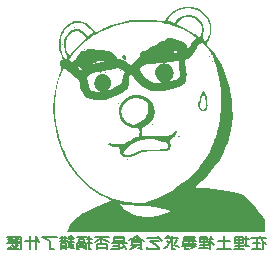
<source format=gbo>
G04 #@! TF.GenerationSoftware,KiCad,Pcbnew,6.0.2-378541a8eb~116~ubuntu20.04.1*
G04 #@! TF.CreationDate,2022-02-25T19:51:44+08:00*
G04 #@! TF.ProjectId,arduino_can_bus_shield,61726475-696e-46f5-9f63-616e5f627573,rev?*
G04 #@! TF.SameCoordinates,Original*
G04 #@! TF.FileFunction,Legend,Bot*
G04 #@! TF.FilePolarity,Positive*
%FSLAX46Y46*%
G04 Gerber Fmt 4.6, Leading zero omitted, Abs format (unit mm)*
G04 Created by KiCad (PCBNEW 6.0.2-378541a8eb~116~ubuntu20.04.1) date 2022-02-25 19:51:44*
%MOMM*%
%LPD*%
G01*
G04 APERTURE LIST*
G04 Aperture macros list*
%AMRoundRect*
0 Rectangle with rounded corners*
0 $1 Rounding radius*
0 $2 $3 $4 $5 $6 $7 $8 $9 X,Y pos of 4 corners*
0 Add a 4 corners polygon primitive as box body*
4,1,4,$2,$3,$4,$5,$6,$7,$8,$9,$2,$3,0*
0 Add four circle primitives for the rounded corners*
1,1,$1+$1,$2,$3*
1,1,$1+$1,$4,$5*
1,1,$1+$1,$6,$7*
1,1,$1+$1,$8,$9*
0 Add four rect primitives between the rounded corners*
20,1,$1+$1,$2,$3,$4,$5,0*
20,1,$1+$1,$4,$5,$6,$7,0*
20,1,$1+$1,$6,$7,$8,$9,0*
20,1,$1+$1,$8,$9,$2,$3,0*%
G04 Aperture macros list end*
%ADD10C,0.150000*%
%ADD11O,2.032000X1.727200*%
%ADD12R,1.700000X1.700000*%
%ADD13O,1.700000X1.700000*%
%ADD14C,1.500000*%
%ADD15C,3.000000*%
%ADD16RoundRect,0.250001X0.499999X0.499999X-0.499999X0.499999X-0.499999X-0.499999X0.499999X-0.499999X0*%
G04 APERTURE END LIST*
D10*
X159693190Y-111180619D02*
X158455095Y-111180619D01*
X159217000Y-111609190D02*
X158550333Y-111609190D01*
X159264619Y-112085380D02*
X158502714Y-112085380D01*
X159407476Y-111466333D02*
X159407476Y-112085380D01*
X158883666Y-111275857D02*
X158883666Y-112085380D01*
X159169380Y-110942523D02*
X159407476Y-111466333D01*
X159693190Y-111656809D01*
X158217000Y-111275857D02*
X157836047Y-111275857D01*
X157693190Y-111323476D02*
X157074142Y-111323476D01*
X157693190Y-111561571D02*
X157074142Y-111561571D01*
X157740809Y-111799666D02*
X157026523Y-111799666D01*
X157836047Y-112085380D02*
X156978904Y-112085380D01*
X158026523Y-110990142D02*
X158026523Y-111799666D01*
X157693190Y-111037761D02*
X157693190Y-111561571D01*
X157407476Y-111037761D02*
X157407476Y-112085380D01*
X157693190Y-111037761D02*
X157074142Y-111037761D01*
X157026523Y-111561571D01*
X157836047Y-111752047D02*
X158217000Y-111847285D01*
X156645571Y-111418714D02*
X155597952Y-111418714D01*
X156740809Y-112085380D02*
X155502714Y-112085380D01*
X156121761Y-110990142D02*
X156121761Y-112085380D01*
X154693190Y-111275857D02*
X154074142Y-111275857D01*
X154693190Y-111513952D02*
X154074142Y-111513952D01*
X154740809Y-111752047D02*
X154074142Y-111752047D01*
X154788428Y-112037761D02*
X154026523Y-112037761D01*
X155026523Y-110942523D02*
X155026523Y-111180619D01*
X154978904Y-111466333D02*
X154978904Y-112085380D01*
X154693190Y-111037761D02*
X154693190Y-111513952D01*
X154407476Y-111037761D02*
X154407476Y-112037761D01*
X154693190Y-111037761D02*
X154074142Y-111037761D01*
X154074142Y-111513952D01*
X154978904Y-111513952D02*
X154788428Y-111704428D01*
X154931285Y-111418714D02*
X155264619Y-111752047D01*
X154788428Y-111466333D02*
X154931285Y-111561571D01*
X155217000Y-111228238D02*
X154836047Y-111228238D01*
X155026523Y-111561571D01*
X153597952Y-111180619D02*
X152740809Y-111180619D01*
X153645571Y-111323476D02*
X152740809Y-111323476D01*
X153740809Y-111418714D02*
X153264619Y-111418714D01*
X153121761Y-111656809D02*
X152645571Y-111656809D01*
X153788428Y-111799666D02*
X152550333Y-111799666D01*
X153121761Y-112085380D02*
X152883666Y-112085380D01*
X153502714Y-111418714D02*
X153502714Y-111656809D01*
X153121761Y-111418714D02*
X153121761Y-111656809D01*
X152836047Y-111704428D02*
X152836047Y-112085380D01*
X153645571Y-111037761D02*
X152740809Y-111037761D01*
X152740809Y-111323476D01*
X153121761Y-111418714D02*
X152645571Y-111418714D01*
X152645571Y-111656809D01*
X153550333Y-111894904D02*
X153312238Y-111990142D01*
X153740809Y-111656809D02*
X153264619Y-111656809D01*
X152264619Y-111180619D02*
X151121761Y-111180619D01*
X151978904Y-112085380D02*
X151693190Y-112085380D01*
X151693190Y-110942523D02*
X151693190Y-112085380D01*
X152169380Y-111323476D02*
X151978904Y-111561571D01*
X151455095Y-110990142D02*
X151217000Y-111085380D01*
X151883666Y-111704428D02*
X152312238Y-111942523D01*
X151693190Y-111228238D02*
X151502714Y-111609190D01*
X151264619Y-111894904D01*
X151074142Y-111990142D01*
X151264619Y-111418714D02*
X151502714Y-111561571D01*
X150597952Y-111180619D02*
X149597952Y-111180619D01*
X150550333Y-110942523D02*
X150597952Y-111180619D01*
X150836047Y-111371095D01*
X150597952Y-111418714D02*
X149836047Y-111418714D01*
X150407476Y-111704428D01*
X150645571Y-111990142D01*
X150645571Y-112085380D01*
X149645571Y-112085380D01*
X149597952Y-111942523D01*
X149121761Y-111513952D02*
X148359857Y-111513952D01*
X149121761Y-111704428D02*
X148359857Y-111704428D01*
X149217000Y-112085380D02*
X148836047Y-112037761D01*
X149121761Y-111323476D02*
X149121761Y-112085380D01*
X148740809Y-111133000D02*
X148740809Y-111323476D01*
X149121761Y-111323476D02*
X148359857Y-111323476D01*
X148359857Y-111704428D01*
X148740809Y-110942523D02*
X148502714Y-111180619D01*
X148121761Y-111323476D01*
X148217000Y-111704428D02*
X148597952Y-111894904D01*
X148740809Y-110942523D02*
X149026523Y-111228238D01*
X149359857Y-111371095D01*
X148788428Y-111704428D02*
X148597952Y-111942523D01*
X148407476Y-112037761D01*
X148169380Y-112085380D01*
X147693190Y-111180619D02*
X146836047Y-111180619D01*
X147693190Y-111371095D02*
X146836047Y-111371095D01*
X147883666Y-111561571D02*
X146645571Y-111561571D01*
X147264619Y-111799666D02*
X146740809Y-111799666D01*
X147693190Y-111037761D02*
X147693190Y-111371095D01*
X147217000Y-111561571D02*
X147217000Y-112037761D01*
X147693190Y-111037761D02*
X146836047Y-111037761D01*
X146836047Y-111371095D01*
X147597952Y-111656809D02*
X147836047Y-112085380D01*
X147693190Y-111847285D02*
X147455095Y-111990142D01*
X147026523Y-112085380D01*
X146597952Y-112085380D01*
X146359857Y-111037761D02*
X145169380Y-111037761D01*
X146217000Y-112037761D02*
X145359857Y-112037761D01*
X146217000Y-111656809D02*
X146217000Y-112085380D01*
X145740809Y-111133000D02*
X145740809Y-111561571D01*
X146217000Y-111656809D02*
X145359857Y-111656809D01*
X145359857Y-112085380D01*
X145597952Y-111228238D02*
X145169380Y-111466333D01*
X145693190Y-111037761D02*
X145836047Y-111228238D01*
X146407476Y-111466333D01*
X144502714Y-111085380D02*
X143693190Y-111085380D01*
X144931285Y-111228238D02*
X144550333Y-111228238D01*
X144312238Y-111466333D02*
X143836047Y-111466333D01*
X144264619Y-111942523D02*
X143883666Y-111942523D01*
X144883666Y-112085380D02*
X144693190Y-112085380D01*
X143883666Y-112085380D02*
X143693190Y-112085380D01*
X144693190Y-110942523D02*
X144693190Y-112085380D01*
X144455095Y-111561571D02*
X144455095Y-112085380D01*
X144312238Y-111228238D02*
X144312238Y-111418714D01*
X144264619Y-111704428D02*
X144264619Y-111990142D01*
X144074142Y-110942523D02*
X144074142Y-111133000D01*
X144264619Y-111704428D02*
X143883666Y-111704428D01*
X143883666Y-111942523D01*
X144312238Y-111228238D02*
X143836047Y-111228238D01*
X143836047Y-111418714D01*
X144455095Y-111561571D02*
X143693190Y-111561571D01*
X143693190Y-112085380D01*
X144550333Y-111561571D02*
X144931285Y-111609190D01*
X142836047Y-111133000D02*
X142217000Y-111133000D01*
X143359857Y-111275857D02*
X142978904Y-111275857D01*
X142931285Y-111418714D02*
X142217000Y-111418714D01*
X143407476Y-111513952D02*
X142931285Y-111513952D01*
X142788428Y-111799666D02*
X142312238Y-111799666D01*
X142788428Y-112037761D02*
X142312238Y-112037761D01*
X143169380Y-111275857D02*
X143169380Y-111990142D01*
X142788428Y-111609190D02*
X142788428Y-112085380D01*
X142693190Y-110942523D02*
X142693190Y-111418714D01*
X142407476Y-110942523D02*
X142407476Y-111418714D01*
X142788428Y-111609190D02*
X142312238Y-111609190D01*
X142312238Y-112085380D01*
X143169380Y-110942523D02*
X142931285Y-111180619D01*
X143169380Y-110942523D02*
X143455095Y-111275857D01*
X142978904Y-111609190D02*
X143026523Y-111847285D01*
X143359857Y-111656809D02*
X143312238Y-111847285D01*
X142931285Y-111942523D02*
X143455095Y-111990142D01*
X141978904Y-111085380D02*
X140740809Y-111085380D01*
X141978904Y-111085380D02*
X140693190Y-111085380D01*
X141359857Y-111418714D01*
X141359857Y-112085380D01*
X141693190Y-112085380D01*
X140121761Y-111418714D02*
X139264619Y-111418714D01*
X140217000Y-111180619D02*
X140217000Y-112085380D01*
X139693190Y-110942523D02*
X139693190Y-112085380D01*
X140264619Y-111275857D02*
X140502714Y-111466333D01*
X140169380Y-110942523D02*
X140312238Y-111275857D01*
X138931285Y-111085380D02*
X137788428Y-111085380D01*
X138788428Y-111228238D02*
X138407476Y-111228238D01*
X138264619Y-111228238D02*
X137836047Y-111228238D01*
X137931285Y-111561571D02*
X137788428Y-111561571D01*
X138788428Y-112085380D02*
X137836047Y-112085380D01*
X138597952Y-111133000D02*
X138597952Y-111561571D01*
X138407476Y-111323476D02*
X138407476Y-111513952D01*
X138359857Y-110942523D02*
X138359857Y-111085380D01*
X138074142Y-111133000D02*
X138074142Y-111561571D01*
X137883666Y-111323476D02*
X137883666Y-111561571D01*
X137978904Y-111942523D02*
X137836047Y-112085380D01*
X138121761Y-111894904D02*
X137978904Y-111942523D01*
X138407476Y-111609190D02*
X138597952Y-111799666D01*
X138169380Y-111704428D02*
X138359857Y-111894904D01*
X138693190Y-111752047D02*
X138455095Y-111894904D01*
X138407476Y-111942523D02*
X138597952Y-112037761D01*
X138740809Y-111371095D02*
X138788428Y-111609190D01*
X138264619Y-111323476D02*
X138264619Y-111561571D01*
X138931285Y-111085380D02*
X138931285Y-111704428D01*
X138978904Y-112085380D01*
G36*
X146388002Y-107488764D02*
G01*
X146360865Y-107515901D01*
X146333728Y-107488764D01*
X146360865Y-107461627D01*
X146388002Y-107488764D01*
G37*
G36*
X147093558Y-103608209D02*
G01*
X147089641Y-103636941D01*
X147057375Y-103644391D01*
X147050880Y-103636436D01*
X147057375Y-103572026D01*
X147073700Y-103563535D01*
X147093558Y-103608209D01*
G37*
G36*
X154908942Y-95765687D02*
G01*
X154881805Y-95792824D01*
X154854669Y-95765687D01*
X154881805Y-95738550D01*
X154908942Y-95765687D01*
G37*
G36*
X156861141Y-100800056D02*
G01*
X156807142Y-101528320D01*
X156741244Y-101971962D01*
X156662652Y-102362342D01*
X156561747Y-102730255D01*
X156427858Y-103114514D01*
X156250316Y-103553935D01*
X156116357Y-103848706D01*
X155746774Y-104517930D01*
X155299414Y-105171735D01*
X154793790Y-105783094D01*
X154249418Y-106324982D01*
X154233575Y-106339169D01*
X154040681Y-106515921D01*
X153880920Y-106669434D01*
X153770515Y-106783671D01*
X153725691Y-106842597D01*
X153741093Y-106867225D01*
X153838218Y-106896467D01*
X154029730Y-106921362D01*
X154322700Y-106943101D01*
X154588358Y-106959929D01*
X155276059Y-107014208D01*
X155895443Y-107079325D01*
X156438485Y-107154078D01*
X156897162Y-107237263D01*
X157263447Y-107327675D01*
X157529318Y-107424112D01*
X157695323Y-107511560D01*
X158057664Y-107770460D01*
X158434047Y-108130101D01*
X158826430Y-108592471D01*
X159015066Y-108853166D01*
X159236768Y-109159559D01*
X159575491Y-109659704D01*
X159575977Y-110134597D01*
X159576463Y-110609491D01*
X142804388Y-110609491D01*
X142975291Y-110270934D01*
X143081486Y-110090828D01*
X143278525Y-109825116D01*
X143509793Y-109568779D01*
X143593644Y-109486374D01*
X143725302Y-109366726D01*
X143860625Y-109261539D01*
X144018616Y-109158874D01*
X144218278Y-109046798D01*
X144478613Y-108913372D01*
X144818624Y-108746662D01*
X145109273Y-108607830D01*
X145428140Y-108460078D01*
X145720031Y-108329321D01*
X145885533Y-108258532D01*
X147302643Y-108258532D01*
X147352746Y-108346611D01*
X147454629Y-108469155D01*
X147593063Y-108609399D01*
X147752822Y-108750574D01*
X147918680Y-108875912D01*
X147925073Y-108880269D01*
X148086653Y-108986008D01*
X148213493Y-109061205D01*
X148278622Y-109089832D01*
X148280071Y-109089867D01*
X148359799Y-109113606D01*
X148482762Y-109168132D01*
X148590511Y-109209136D01*
X148781404Y-109261078D01*
X148993130Y-109303406D01*
X149345002Y-109342468D01*
X149902616Y-109341730D01*
X150459748Y-109272401D01*
X150985373Y-109138998D01*
X151448466Y-108946036D01*
X151625395Y-108853166D01*
X151082660Y-108733850D01*
X150935737Y-108700447D01*
X150696730Y-108641552D01*
X150499815Y-108587523D01*
X150377105Y-108546871D01*
X150289244Y-108525435D01*
X150097876Y-108499705D01*
X149826031Y-108474809D01*
X149488901Y-108452103D01*
X149101677Y-108432945D01*
X148725424Y-108416442D01*
X148321913Y-108395653D01*
X148008579Y-108374794D01*
X147775024Y-108352840D01*
X147610849Y-108328768D01*
X147505656Y-108301553D01*
X147449049Y-108270171D01*
X147429211Y-108254917D01*
X147324376Y-108221456D01*
X147319544Y-108221689D01*
X147302643Y-108258532D01*
X145885533Y-108258532D01*
X145961547Y-108226019D01*
X146129291Y-108160634D01*
X146141934Y-108156190D01*
X146323727Y-108084705D01*
X146458857Y-108018055D01*
X146518895Y-107970140D01*
X146489468Y-107920872D01*
X146378992Y-107845942D01*
X146207734Y-107761435D01*
X145924377Y-107635032D01*
X145634873Y-107493122D01*
X145381420Y-107348534D01*
X145127172Y-107179910D01*
X144835288Y-106965896D01*
X144705842Y-106865622D01*
X144075882Y-106298908D01*
X143506285Y-105652443D01*
X143006032Y-104940266D01*
X142584102Y-104176419D01*
X142249474Y-103374942D01*
X142011127Y-102549875D01*
X141964590Y-102343053D01*
X141914498Y-102120502D01*
X141876749Y-101952867D01*
X141728808Y-101106965D01*
X141668697Y-100200019D01*
X141804022Y-100200019D01*
X141833758Y-100785986D01*
X141848551Y-100913304D01*
X141890057Y-101202970D01*
X141944257Y-101526604D01*
X142006454Y-101860639D01*
X142071946Y-102181508D01*
X142136036Y-102465643D01*
X142194024Y-102689478D01*
X142241211Y-102829445D01*
X142243874Y-102835474D01*
X142295956Y-102981719D01*
X142317489Y-103097160D01*
X142320720Y-103119906D01*
X142357979Y-103238887D01*
X142429297Y-103425031D01*
X142525066Y-103656106D01*
X142635681Y-103909883D01*
X142751534Y-104164133D01*
X142863018Y-104396626D01*
X142960528Y-104585132D01*
X143231421Y-105031941D01*
X143686433Y-105645880D01*
X144207245Y-106219432D01*
X144769167Y-106723406D01*
X144895344Y-106822177D01*
X145098398Y-106972831D01*
X145273623Y-107093275D01*
X145393222Y-107163889D01*
X145420333Y-107177339D01*
X145529603Y-107246497D01*
X145573899Y-107301353D01*
X145576133Y-107315584D01*
X145631589Y-107353080D01*
X145678898Y-107364835D01*
X145811324Y-107415303D01*
X145998993Y-107495855D01*
X146217459Y-107595885D01*
X146442275Y-107704787D01*
X146568640Y-107757750D01*
X146814392Y-107838491D01*
X147160065Y-107935904D01*
X147609156Y-108051029D01*
X147847399Y-108098392D01*
X148161809Y-108141502D01*
X148504302Y-108174171D01*
X148841216Y-108193847D01*
X149138889Y-108197978D01*
X149363658Y-108184013D01*
X149428322Y-108170862D01*
X149608098Y-108111427D01*
X149792361Y-108027749D01*
X149882169Y-107983239D01*
X150037582Y-107920464D01*
X150144001Y-107895815D01*
X150229359Y-107877452D01*
X150384124Y-107820441D01*
X150565105Y-107738239D01*
X150723363Y-107662195D01*
X150894034Y-107585669D01*
X151008550Y-107540721D01*
X151081876Y-107509070D01*
X151232303Y-107425647D01*
X151399555Y-107318382D01*
X151520159Y-107240242D01*
X151655700Y-107165050D01*
X151736955Y-107135986D01*
X151792631Y-107118009D01*
X151880581Y-107041008D01*
X151965275Y-106956522D01*
X152095342Y-106864619D01*
X152233636Y-106781598D01*
X152608871Y-106519963D01*
X153000518Y-106201147D01*
X153378023Y-105849335D01*
X153550784Y-105679480D01*
X153704688Y-105533935D01*
X153815675Y-105435446D01*
X153867202Y-105399234D01*
X153899880Y-105380700D01*
X153959854Y-105299999D01*
X153992408Y-105243303D01*
X154083312Y-105098146D01*
X154199489Y-104922015D01*
X154324132Y-104739360D01*
X154440434Y-104574627D01*
X154531590Y-104452266D01*
X154580793Y-104396724D01*
X154636783Y-104333201D01*
X154705564Y-104217706D01*
X154771088Y-104092233D01*
X154843717Y-103960986D01*
X154910218Y-103840266D01*
X155014957Y-103629854D01*
X155117029Y-103405530D01*
X155204596Y-103194854D01*
X155265818Y-103025389D01*
X155288857Y-102924696D01*
X155303522Y-102839913D01*
X155370267Y-102720449D01*
X155414576Y-102658426D01*
X155451677Y-102529818D01*
X155460916Y-102463339D01*
X155505951Y-102387055D01*
X155543130Y-102321443D01*
X155560224Y-102197428D01*
X155574584Y-102059482D01*
X155619971Y-101888558D01*
X155622891Y-101880971D01*
X155652455Y-101787852D01*
X155682363Y-101657582D01*
X155715838Y-101472514D01*
X155756100Y-101215001D01*
X155806370Y-100867397D01*
X155810135Y-100834515D01*
X155821774Y-100686559D01*
X155835481Y-100463848D01*
X155849849Y-100190461D01*
X155863471Y-99890473D01*
X155871639Y-99276205D01*
X155839408Y-98642212D01*
X155762321Y-97992696D01*
X155637234Y-97301500D01*
X155461003Y-96542465D01*
X155446290Y-96490131D01*
X155378262Y-96297038D01*
X155295335Y-96104710D01*
X155262114Y-96031013D01*
X155203511Y-95867667D01*
X155180310Y-95748552D01*
X155171065Y-95675942D01*
X155136481Y-95630003D01*
X155123823Y-95624389D01*
X155068199Y-95552797D01*
X155002288Y-95425188D01*
X154987458Y-95395225D01*
X154889585Y-95246034D01*
X154744671Y-95064242D01*
X154578291Y-94882577D01*
X154244658Y-94544783D01*
X154067435Y-94721047D01*
X153965148Y-94841059D01*
X153831401Y-95032197D01*
X153711029Y-95236041D01*
X153697811Y-95260185D01*
X153676839Y-95298492D01*
X153501428Y-95567792D01*
X153309532Y-95793757D01*
X153119527Y-95957022D01*
X152949793Y-96038219D01*
X152904341Y-96048907D01*
X152830741Y-96083519D01*
X152809759Y-96155331D01*
X152824705Y-96299156D01*
X152828624Y-96325646D01*
X152864897Y-96530327D01*
X152905766Y-96715473D01*
X152907942Y-96724377D01*
X152931522Y-96880035D01*
X152948309Y-97096519D01*
X152954238Y-97309876D01*
X152954793Y-97329840D01*
X152954669Y-97392314D01*
X152948012Y-97597058D01*
X152924309Y-97740757D01*
X152873993Y-97861619D01*
X152787493Y-97997852D01*
X152718750Y-98087496D01*
X152588680Y-98219477D01*
X152475420Y-98293687D01*
X152358730Y-98338388D01*
X152222404Y-98396121D01*
X152220846Y-98396839D01*
X151997831Y-98478168D01*
X151700260Y-98556936D01*
X151361738Y-98626255D01*
X151015866Y-98679236D01*
X150696247Y-98708990D01*
X150631646Y-98712299D01*
X150365030Y-98719788D01*
X150158094Y-98709707D01*
X149970835Y-98678321D01*
X149763250Y-98621896D01*
X149588421Y-98563607D01*
X149410651Y-98480392D01*
X149250051Y-98364700D01*
X149064193Y-98190339D01*
X148873634Y-97990904D01*
X148672740Y-97766124D01*
X148507073Y-97566778D01*
X148494125Y-97550329D01*
X148372086Y-97402530D01*
X148275643Y-97297911D01*
X148224688Y-97258209D01*
X148196733Y-97278423D01*
X148151534Y-97381158D01*
X148111145Y-97545265D01*
X148082062Y-97741869D01*
X148070783Y-97942097D01*
X148070753Y-97953372D01*
X148052410Y-98222483D01*
X147988467Y-98421115D01*
X147861536Y-98582584D01*
X147654227Y-98740208D01*
X147497077Y-98839816D01*
X147370287Y-98912810D01*
X147305479Y-98940687D01*
X147263105Y-98954849D01*
X147147806Y-99011796D01*
X146995248Y-99097471D01*
X146888671Y-99155772D01*
X146698811Y-99242681D01*
X146545103Y-99293696D01*
X146533101Y-99296333D01*
X146393388Y-99336559D01*
X146304730Y-99378072D01*
X146288909Y-99388587D01*
X146158854Y-99432564D01*
X145956993Y-99467081D01*
X145713382Y-99489188D01*
X145458073Y-99495937D01*
X145221122Y-99484380D01*
X144863843Y-99418107D01*
X144534694Y-99284246D01*
X144285758Y-99092633D01*
X144256779Y-99057468D01*
X144155808Y-98882711D01*
X144057140Y-98644692D01*
X143973589Y-98377466D01*
X143917967Y-98115089D01*
X143898648Y-98007388D01*
X143842573Y-97846750D01*
X143740364Y-97719538D01*
X143565780Y-97586357D01*
X143535061Y-97564251D01*
X143509379Y-97543050D01*
X144509613Y-97543050D01*
X144637277Y-98035881D01*
X144667036Y-98149492D01*
X144731904Y-98376154D01*
X144790080Y-98525560D01*
X144854025Y-98618296D01*
X144936202Y-98674949D01*
X145049074Y-98716103D01*
X145124857Y-98735772D01*
X145314372Y-98772761D01*
X145519626Y-98801989D01*
X145657219Y-98816393D01*
X145745269Y-98819391D01*
X145749288Y-98802355D01*
X145682446Y-98762055D01*
X145533813Y-98678001D01*
X145386569Y-98575700D01*
X145291137Y-98471407D01*
X145219095Y-98339185D01*
X145208200Y-98313346D01*
X145161396Y-98084503D01*
X145180763Y-97840104D01*
X145256840Y-97610233D01*
X145380170Y-97424976D01*
X145541293Y-97314418D01*
X145724046Y-97266785D01*
X145998298Y-97269679D01*
X146231080Y-97367879D01*
X146410781Y-97555349D01*
X146525789Y-97826055D01*
X146559259Y-97985147D01*
X146559428Y-98114234D01*
X146517329Y-98228256D01*
X146466011Y-98340259D01*
X146442610Y-98420815D01*
X146419037Y-98479917D01*
X146347297Y-98577997D01*
X146320617Y-98608265D01*
X146291754Y-98645833D01*
X146297475Y-98658639D01*
X146350374Y-98642111D01*
X146463041Y-98591679D01*
X146648069Y-98502770D01*
X146918049Y-98370815D01*
X147044639Y-98308529D01*
X147244442Y-98206044D01*
X147372290Y-98128940D01*
X147445951Y-98063173D01*
X147483191Y-97994704D01*
X147501777Y-97909491D01*
X147517382Y-97824831D01*
X147562192Y-97628903D01*
X147617058Y-97423686D01*
X147702992Y-97127839D01*
X147507619Y-96948793D01*
X147505268Y-96946723D01*
X149005422Y-96946723D01*
X149096973Y-97108544D01*
X149112836Y-97127839D01*
X149145753Y-97167878D01*
X149260187Y-97312744D01*
X149383971Y-97474386D01*
X149580089Y-97678749D01*
X149863568Y-97866959D01*
X150003925Y-97931408D01*
X150234301Y-97998024D01*
X150499220Y-98017128D01*
X150537351Y-98017011D01*
X150732776Y-98004994D01*
X150823882Y-97974018D01*
X150809679Y-97924913D01*
X150689177Y-97858504D01*
X150603622Y-97809044D01*
X150447138Y-97644576D01*
X150337202Y-97427241D01*
X150295694Y-97193993D01*
X150303394Y-97084843D01*
X150385844Y-96818040D01*
X150543385Y-96590646D01*
X150757019Y-96433963D01*
X150872845Y-96379387D01*
X151169698Y-96379387D01*
X151255846Y-96390035D01*
X151389724Y-96415440D01*
X151571411Y-96527613D01*
X151724521Y-96707403D01*
X151830209Y-96930750D01*
X151869626Y-97173594D01*
X151848962Y-97338253D01*
X151774105Y-97550264D01*
X151662825Y-97730843D01*
X151534467Y-97841443D01*
X151493202Y-97863127D01*
X151463550Y-97893137D01*
X151511055Y-97895787D01*
X151616602Y-97872493D01*
X151761079Y-97824668D01*
X151780748Y-97817398D01*
X151933461Y-97770541D01*
X152048482Y-97749733D01*
X152152670Y-97711879D01*
X152268896Y-97623702D01*
X152286379Y-97606188D01*
X152328410Y-97558918D01*
X152356808Y-97505071D01*
X152372460Y-97427704D01*
X152376250Y-97309876D01*
X152369063Y-97134645D01*
X152351785Y-96885070D01*
X152325301Y-96544209D01*
X152288414Y-96074440D01*
X152080220Y-96147895D01*
X151975688Y-96178781D01*
X151764061Y-96224918D01*
X151543970Y-96258466D01*
X151378313Y-96284790D01*
X151247835Y-96319045D01*
X151220006Y-96331671D01*
X151172663Y-96353151D01*
X151169698Y-96379387D01*
X150872845Y-96379387D01*
X150974113Y-96331671D01*
X150648472Y-96358719D01*
X150562028Y-96365913D01*
X150169121Y-96399481D01*
X149866661Y-96428326D01*
X149639718Y-96455521D01*
X149473364Y-96484138D01*
X149352668Y-96517249D01*
X149262703Y-96557927D01*
X149188538Y-96609245D01*
X149115246Y-96674276D01*
X149020707Y-96796802D01*
X149005422Y-96946723D01*
X147505268Y-96946723D01*
X147431424Y-96881705D01*
X147317069Y-96805505D01*
X147199154Y-96778328D01*
X147044630Y-96795544D01*
X146820449Y-96852523D01*
X146745133Y-96871855D01*
X146725923Y-96876007D01*
X146521724Y-96920141D01*
X146252773Y-96969964D01*
X145980951Y-97013160D01*
X145609988Y-97069341D01*
X145274239Y-97129293D01*
X145021547Y-97188081D01*
X144838461Y-97249503D01*
X144711532Y-97317359D01*
X144627309Y-97395445D01*
X144509613Y-97543050D01*
X143509379Y-97543050D01*
X143392442Y-97446514D01*
X143216164Y-97285507D01*
X143037359Y-97109333D01*
X143005606Y-97077057D01*
X142829310Y-96912400D01*
X142691636Y-96809313D01*
X142607426Y-96779192D01*
X142575531Y-96797925D01*
X142495688Y-96904211D01*
X142399776Y-97087097D01*
X142296153Y-97327997D01*
X142193177Y-97608324D01*
X142099203Y-97909491D01*
X142007859Y-98273573D01*
X141894702Y-98904479D01*
X141825547Y-99559739D01*
X141804022Y-100200019D01*
X141668697Y-100200019D01*
X141667537Y-100182515D01*
X141714074Y-99268306D01*
X141868547Y-98362045D01*
X142131087Y-97461438D01*
X142231293Y-97177127D01*
X142301880Y-96972035D01*
X142344121Y-96834947D01*
X142361499Y-96748372D01*
X142357496Y-96694816D01*
X142335596Y-96656787D01*
X142309091Y-96627596D01*
X143736830Y-96627596D01*
X143751716Y-96698238D01*
X143854214Y-96814560D01*
X143963593Y-96906545D01*
X144031976Y-96925960D01*
X144082315Y-96876778D01*
X144082774Y-96876007D01*
X144068176Y-96808216D01*
X143993052Y-96719942D01*
X143891205Y-96642881D01*
X143796442Y-96608732D01*
X143736830Y-96627596D01*
X142309091Y-96627596D01*
X142299283Y-96616794D01*
X142236827Y-96499412D01*
X142215080Y-96377970D01*
X145055897Y-96377970D01*
X145139711Y-96380383D01*
X145165742Y-96379176D01*
X145306691Y-96362378D01*
X145508526Y-96330012D01*
X145736720Y-96287451D01*
X146198045Y-96195401D01*
X145849679Y-96156808D01*
X145639401Y-96140847D01*
X145499871Y-96151722D01*
X145415490Y-96192668D01*
X145312118Y-96259318D01*
X145166848Y-96324192D01*
X145065182Y-96362062D01*
X145055897Y-96377970D01*
X142215080Y-96377970D01*
X142208942Y-96343690D01*
X142209547Y-96313922D01*
X142243642Y-96185301D01*
X142348246Y-96106940D01*
X142379245Y-96092561D01*
X142383017Y-96090172D01*
X142963889Y-96090172D01*
X143133815Y-96170648D01*
X143244631Y-96217308D01*
X143310249Y-96215942D01*
X143356047Y-96157657D01*
X143397457Y-96106693D01*
X143487506Y-96064191D01*
X143510550Y-96057004D01*
X143583374Y-95980432D01*
X143653522Y-95847097D01*
X143678248Y-95791685D01*
X143751630Y-95676048D01*
X143817247Y-95630003D01*
X143886310Y-95588428D01*
X143950433Y-95481856D01*
X144010644Y-95360653D01*
X144113516Y-95280522D01*
X144259503Y-95285916D01*
X144343822Y-95291066D01*
X144487597Y-95223705D01*
X144489889Y-95221659D01*
X144564223Y-95178700D01*
X144676376Y-95157449D01*
X144843482Y-95157913D01*
X145082672Y-95180096D01*
X145411079Y-95224004D01*
X145416149Y-95224721D01*
X145542465Y-95239134D01*
X145734865Y-95257644D01*
X145953814Y-95276431D01*
X145962498Y-95277142D01*
X146186919Y-95302373D01*
X146388191Y-95336414D01*
X146523686Y-95372107D01*
X146586128Y-95404272D01*
X146720309Y-95499929D01*
X146869082Y-95627040D01*
X147006934Y-95761668D01*
X147108355Y-95879877D01*
X147147831Y-95957728D01*
X147189198Y-95993619D01*
X147297887Y-96009918D01*
X147335187Y-96012534D01*
X147494296Y-96051320D01*
X147664233Y-96121755D01*
X147703899Y-96143486D01*
X147780916Y-96195401D01*
X147877251Y-96260338D01*
X148016207Y-96383933D01*
X148086980Y-96449915D01*
X148231327Y-96506121D01*
X148371172Y-96454341D01*
X148504479Y-96294946D01*
X148536570Y-96248216D01*
X148670942Y-96100108D01*
X148828939Y-95969305D01*
X148857835Y-95948830D01*
X148995684Y-95821195D01*
X149040879Y-95711414D01*
X149040296Y-95699722D01*
X149037175Y-95514450D01*
X149059668Y-95411865D01*
X149091595Y-95388976D01*
X151869626Y-95388976D01*
X151870649Y-95399123D01*
X151927634Y-95450192D01*
X152045077Y-95462089D01*
X152185542Y-95429957D01*
X152187183Y-95429283D01*
X152196169Y-95405078D01*
X152698579Y-95405078D01*
X152772062Y-95410986D01*
X152847779Y-95398208D01*
X152955096Y-95331499D01*
X152968626Y-95314305D01*
X152987622Y-95260185D01*
X152926045Y-95265917D01*
X152792275Y-95331499D01*
X152712461Y-95379509D01*
X152707344Y-95388934D01*
X152698579Y-95405078D01*
X152196169Y-95405078D01*
X152202162Y-95388934D01*
X152112052Y-95325983D01*
X152004532Y-95283280D01*
X151903949Y-95294115D01*
X151869626Y-95388976D01*
X149091595Y-95388976D01*
X149120940Y-95367938D01*
X149234158Y-95358636D01*
X149250789Y-95358425D01*
X149382243Y-95341148D01*
X149454295Y-95304622D01*
X149488603Y-95274856D01*
X149603389Y-95199056D01*
X149776635Y-95095211D01*
X149986664Y-94976674D01*
X150138358Y-94893224D01*
X150336138Y-94783863D01*
X150487108Y-94699710D01*
X150567062Y-94654216D01*
X150690440Y-94587949D01*
X150847839Y-94514961D01*
X150989140Y-94458589D01*
X151074460Y-94435986D01*
X151083143Y-94434791D01*
X151165600Y-94389232D01*
X151274894Y-94298121D01*
X151336400Y-94241268D01*
X151416027Y-94192969D01*
X151508187Y-94194644D01*
X151657779Y-94239406D01*
X151709592Y-94255827D01*
X151911284Y-94310115D01*
X152086720Y-94345142D01*
X152130820Y-94351865D01*
X152510267Y-94457880D01*
X152832981Y-94636201D01*
X152924668Y-94713077D01*
X152992868Y-94824279D01*
X153009369Y-94984686D01*
X153010763Y-95036899D01*
X153026922Y-95144472D01*
X153055374Y-95173789D01*
X153060370Y-95169772D01*
X153115868Y-95098070D01*
X153205122Y-94961786D01*
X153311342Y-94786335D01*
X153319119Y-94773096D01*
X153439611Y-94580052D01*
X153556223Y-94411963D01*
X153644722Y-94303897D01*
X153721323Y-94219807D01*
X153732117Y-94163238D01*
X153673689Y-94103855D01*
X153498136Y-93973201D01*
X153098926Y-93730737D01*
X152620082Y-93495048D01*
X152080300Y-93274168D01*
X151498276Y-93076128D01*
X151303359Y-93022322D01*
X152141015Y-93022322D01*
X152152326Y-93048147D01*
X152248329Y-93127329D01*
X152436495Y-93236310D01*
X152709882Y-93370840D01*
X152885650Y-93455927D01*
X153163962Y-93601732D01*
X153420381Y-93747904D01*
X153615971Y-93872870D01*
X153643727Y-93892264D01*
X153811115Y-94002862D01*
X153944590Y-94080835D01*
X154017382Y-94110345D01*
X154046161Y-94106647D01*
X154144193Y-94033542D01*
X154219839Y-93888053D01*
X154265542Y-93698163D01*
X154273750Y-93491858D01*
X154236907Y-93297121D01*
X154228356Y-93272914D01*
X154075382Y-92959304D01*
X153872255Y-92706640D01*
X153637458Y-92538322D01*
X153561923Y-92506966D01*
X153330779Y-92450013D01*
X153077710Y-92427940D01*
X152843623Y-92442550D01*
X152669424Y-92495648D01*
X152570861Y-92559703D01*
X152421316Y-92681127D01*
X152282705Y-92815770D01*
X152180711Y-92938034D01*
X152141015Y-93022322D01*
X151303359Y-93022322D01*
X150892703Y-92908962D01*
X150885435Y-92907229D01*
X150678541Y-92875309D01*
X150387412Y-92852709D01*
X150034865Y-92839214D01*
X149643719Y-92834606D01*
X149236794Y-92838669D01*
X148836907Y-92851186D01*
X148466876Y-92871940D01*
X148149521Y-92900716D01*
X147907660Y-92937296D01*
X147780112Y-92965247D01*
X147474072Y-93042145D01*
X147141083Y-93136202D01*
X146807678Y-93239052D01*
X146500386Y-93342329D01*
X146245738Y-93437666D01*
X146070266Y-93516697D01*
X146030037Y-93537519D01*
X145893791Y-93597690D01*
X145804287Y-93621884D01*
X145791241Y-93622785D01*
X145741827Y-93637214D01*
X145663874Y-93674954D01*
X145579983Y-93723219D01*
X145545001Y-93743345D01*
X145372824Y-93849725D01*
X145134961Y-94001434D01*
X144819028Y-94205811D01*
X144799156Y-94219465D01*
X144701237Y-94286745D01*
X144424370Y-94502047D01*
X144124444Y-94762037D01*
X143823793Y-95045241D01*
X143544752Y-95330184D01*
X143309656Y-95595389D01*
X143140841Y-95819383D01*
X142963889Y-96090172D01*
X142383017Y-96090172D01*
X142436005Y-96056615D01*
X142458031Y-96005374D01*
X142443340Y-95917710D01*
X142389951Y-95772493D01*
X142295882Y-95548593D01*
X142252504Y-95440570D01*
X142194059Y-95244991D01*
X142164801Y-95034087D01*
X142158922Y-94840094D01*
X142298345Y-94840094D01*
X142327212Y-95165879D01*
X142390795Y-95440046D01*
X142425287Y-95530313D01*
X142515273Y-95718398D01*
X142605602Y-95859593D01*
X142623047Y-95880832D01*
X142698497Y-95962229D01*
X142744551Y-95966585D01*
X142793565Y-95901034D01*
X142795911Y-95897238D01*
X142849052Y-95772729D01*
X142854950Y-95671673D01*
X142811260Y-95630003D01*
X142804173Y-95629057D01*
X142747160Y-95565375D01*
X142688182Y-95415855D01*
X142633551Y-95200206D01*
X142589582Y-94938134D01*
X142581726Y-94867024D01*
X142711570Y-94867024D01*
X142727573Y-94983228D01*
X142782712Y-95213114D01*
X142855307Y-95403270D01*
X142894398Y-95472375D01*
X142980824Y-95585383D01*
X143051284Y-95630003D01*
X143087521Y-95625644D01*
X143133343Y-95589298D01*
X143164472Y-95542502D01*
X143258066Y-95433746D01*
X143398175Y-95281134D01*
X143568640Y-95101467D01*
X143753303Y-94911545D01*
X143936005Y-94728166D01*
X144100585Y-94568130D01*
X144230886Y-94448239D01*
X144300233Y-94384534D01*
X144396415Y-94282010D01*
X144434156Y-94219465D01*
X144406550Y-94152603D01*
X144316424Y-94034396D01*
X144189113Y-93900325D01*
X144051084Y-93777883D01*
X143928805Y-93694560D01*
X143828613Y-93653316D01*
X143591036Y-93628825D01*
X143356415Y-93692488D01*
X143138577Y-93830989D01*
X142951348Y-94031011D01*
X142808554Y-94279235D01*
X142724019Y-94562345D01*
X142711570Y-94867024D01*
X142581726Y-94867024D01*
X142580245Y-94853622D01*
X142589788Y-94492742D01*
X142692171Y-94170144D01*
X142894401Y-93861067D01*
X142998525Y-93745798D01*
X143257822Y-93548701D01*
X143530095Y-93458093D01*
X143808938Y-93474123D01*
X144087945Y-93596943D01*
X144360710Y-93826703D01*
X144585767Y-94065030D01*
X144808466Y-93917655D01*
X144883832Y-93864989D01*
X144989631Y-93777991D01*
X145031164Y-93723219D01*
X145008935Y-93673415D01*
X144920023Y-93564247D01*
X144784353Y-93425894D01*
X144624821Y-93279167D01*
X144464323Y-93144875D01*
X144325754Y-93043830D01*
X144232011Y-92996842D01*
X144090988Y-92965564D01*
X143915559Y-92922375D01*
X143810800Y-92906045D01*
X143554446Y-92931702D01*
X143276273Y-93032444D01*
X143004814Y-93199587D01*
X142897787Y-93284100D01*
X142695466Y-93473426D01*
X142546150Y-93674392D01*
X142417490Y-93927068D01*
X142413271Y-93936806D01*
X142342052Y-94187179D01*
X142303518Y-94501068D01*
X142298345Y-94840094D01*
X142158922Y-94840094D01*
X142156544Y-94761627D01*
X142161082Y-94549604D01*
X142207976Y-94148313D01*
X142313029Y-93810783D01*
X142485300Y-93512988D01*
X142733851Y-93230903D01*
X142909528Y-93074678D01*
X143172388Y-92909157D01*
X143457436Y-92821904D01*
X143800382Y-92798438D01*
X143933121Y-92803124D01*
X144197070Y-92842327D01*
X144431180Y-92930900D01*
X144655171Y-93080709D01*
X144888765Y-93303621D01*
X145151683Y-93611501D01*
X145197815Y-93665931D01*
X145254020Y-93699439D01*
X145335229Y-93686101D01*
X145478744Y-93627776D01*
X145534130Y-93603698D01*
X145749514Y-93506305D01*
X145955234Y-93408902D01*
X146208444Y-93295647D01*
X146562591Y-93157899D01*
X147012147Y-92999462D01*
X147310598Y-92911684D01*
X147812354Y-92805795D01*
X148369850Y-92727653D01*
X148953268Y-92680269D01*
X149532791Y-92666654D01*
X150078600Y-92689819D01*
X150135550Y-92694561D01*
X150411730Y-92719615D01*
X150652006Y-92744629D01*
X150832265Y-92766932D01*
X150928390Y-92783857D01*
X151000064Y-92790589D01*
X151107395Y-92741913D01*
X151135169Y-92711927D01*
X151411658Y-92711927D01*
X151437660Y-92787474D01*
X151526371Y-92784500D01*
X151587766Y-92781842D01*
X151687578Y-92835074D01*
X151770470Y-92886459D01*
X151887963Y-92913665D01*
X151989313Y-92904622D01*
X152032446Y-92856693D01*
X152033044Y-92850649D01*
X152081295Y-92769396D01*
X152188584Y-92652956D01*
X152329104Y-92526871D01*
X152477047Y-92416684D01*
X152482372Y-92413377D01*
X152603939Y-92367857D01*
X152792546Y-92325981D01*
X153009713Y-92296436D01*
X153327748Y-92288219D01*
X153600560Y-92341096D01*
X153834503Y-92467666D01*
X154058219Y-92678364D01*
X154226667Y-92897415D01*
X154374933Y-93212728D01*
X154412656Y-93491858D01*
X154419754Y-93544378D01*
X154364079Y-93904193D01*
X154357297Y-93929681D01*
X154337772Y-94113509D01*
X154351537Y-94163238D01*
X154388749Y-94297676D01*
X154404430Y-94333383D01*
X154466000Y-94444858D01*
X154512690Y-94489285D01*
X154554158Y-94456307D01*
X154637877Y-94353678D01*
X154740992Y-94205795D01*
X154805965Y-94103520D01*
X154871879Y-93977045D01*
X154908660Y-93849879D01*
X154925340Y-93686076D01*
X154930949Y-93449691D01*
X154927889Y-93214725D01*
X154907261Y-93009396D01*
X154868237Y-92908223D01*
X154835717Y-92867118D01*
X154800395Y-92770794D01*
X154800394Y-92770343D01*
X154761865Y-92664163D01*
X154661523Y-92514130D01*
X154520746Y-92345815D01*
X154360909Y-92184789D01*
X154203387Y-92056623D01*
X154162381Y-92029565D01*
X153859560Y-91881303D01*
X153503324Y-91773162D01*
X153138030Y-91715844D01*
X152808038Y-91720046D01*
X152778228Y-91723989D01*
X152542797Y-91765005D01*
X152344758Y-91826188D01*
X152143311Y-91923317D01*
X151897660Y-92072173D01*
X151660728Y-92257085D01*
X151489807Y-92481953D01*
X151449695Y-92568864D01*
X151411658Y-92711927D01*
X151135169Y-92711927D01*
X151226614Y-92613197D01*
X151370204Y-92393411D01*
X151448078Y-92279625D01*
X151700267Y-92029616D01*
X152024083Y-91823638D01*
X152396243Y-91672153D01*
X152793467Y-91585623D01*
X153192473Y-91574510D01*
X153428173Y-91601230D01*
X153848851Y-91706452D01*
X154210637Y-91887246D01*
X154533369Y-92152157D01*
X154793101Y-92456235D01*
X154964378Y-92775822D01*
X155048678Y-93128593D01*
X155054196Y-93449691D01*
X155055756Y-93540473D01*
X155018227Y-93850858D01*
X154944833Y-94147343D01*
X154844869Y-94384663D01*
X154726400Y-94538379D01*
X154660833Y-94609113D01*
X154649928Y-94690531D01*
X154709363Y-94797282D01*
X154845545Y-94951585D01*
X154873002Y-94980981D01*
X155048118Y-95185993D01*
X155251094Y-95445484D01*
X155458003Y-95727072D01*
X155644921Y-95998375D01*
X155787920Y-96227012D01*
X155832780Y-96306542D01*
X156142562Y-96952637D01*
X156403017Y-97671216D01*
X156609624Y-98438763D01*
X156757860Y-99231762D01*
X156762631Y-99276205D01*
X156843206Y-100026698D01*
X156861141Y-100800056D01*
G37*
G36*
X150132874Y-99619106D02*
G01*
X150105737Y-99646243D01*
X150078600Y-99619106D01*
X150105737Y-99591969D01*
X150132874Y-99619106D01*
G37*
G36*
X146388002Y-103526798D02*
G01*
X146360865Y-103553935D01*
X146333728Y-103526798D01*
X146360865Y-103499662D01*
X146388002Y-103526798D01*
G37*
G36*
X154721987Y-100095638D02*
G01*
X154691678Y-100243661D01*
X154634930Y-100347938D01*
X154552378Y-100395462D01*
X154403826Y-100406072D01*
X154278407Y-100396118D01*
X154086486Y-100317776D01*
X153970765Y-100162173D01*
X153932019Y-99930092D01*
X153932262Y-99922137D01*
X154097654Y-99922137D01*
X154123727Y-100098235D01*
X154215463Y-100213037D01*
X154313869Y-100276419D01*
X154383574Y-100290991D01*
X154457790Y-100254884D01*
X154491502Y-100228645D01*
X154579257Y-100076397D01*
X154610489Y-99842980D01*
X154583431Y-99538468D01*
X154543415Y-99327570D01*
X154490176Y-99140439D01*
X154433558Y-99060264D01*
X154369680Y-99086167D01*
X154294662Y-99217268D01*
X154204623Y-99452690D01*
X154137110Y-99675358D01*
X154097654Y-99922137D01*
X153932262Y-99922137D01*
X153933544Y-99880145D01*
X153960409Y-99693120D01*
X154010191Y-99546070D01*
X154063063Y-99429245D01*
X154133975Y-99243689D01*
X154204573Y-99035666D01*
X154209635Y-99019832D01*
X154272065Y-98842637D01*
X154326700Y-98717033D01*
X154362220Y-98669320D01*
X154383185Y-98673469D01*
X154468846Y-98744536D01*
X154557459Y-98880069D01*
X154627494Y-99049234D01*
X154645907Y-99116126D01*
X154690909Y-99351852D01*
X154719795Y-99616101D01*
X154729392Y-99842980D01*
X154730757Y-99875240D01*
X154721987Y-100095638D01*
G37*
G36*
X145031164Y-106728935D02*
G01*
X145004028Y-106756072D01*
X144976891Y-106728935D01*
X145004028Y-106701798D01*
X145031164Y-106728935D01*
G37*
G36*
X147778855Y-95689986D02*
G01*
X147784630Y-95695141D01*
X147839098Y-95798767D01*
X147852245Y-95929899D01*
X147817204Y-96028009D01*
X147782707Y-96055007D01*
X147722855Y-96049854D01*
X147626998Y-95974369D01*
X147565668Y-95898571D01*
X147527746Y-95790219D01*
X147527756Y-95788547D01*
X147571901Y-95692261D01*
X147670900Y-95653301D01*
X147778855Y-95689986D01*
G37*
G36*
X154366207Y-92780644D02*
G01*
X154339070Y-92807781D01*
X154311934Y-92780644D01*
X154339070Y-92753508D01*
X154366207Y-92780644D01*
G37*
G36*
X143511506Y-93323379D02*
G01*
X143484369Y-93350516D01*
X143457233Y-93323379D01*
X143484369Y-93296243D01*
X143511506Y-93323379D01*
G37*
G36*
X148070481Y-107922952D02*
G01*
X148043344Y-107950089D01*
X148016207Y-107922952D01*
X148043344Y-107895815D01*
X148070481Y-107922952D01*
G37*
G36*
X144325609Y-95168679D02*
G01*
X144298472Y-95195815D01*
X144271335Y-95168679D01*
X144298472Y-95141542D01*
X144325609Y-95168679D01*
G37*
G36*
X151706805Y-93269106D02*
G01*
X151679669Y-93296243D01*
X151652532Y-93269106D01*
X151679669Y-93241969D01*
X151706805Y-93269106D01*
G37*
G36*
X154800395Y-95955644D02*
G01*
X154796478Y-95984377D01*
X154764213Y-95991827D01*
X154757717Y-95983872D01*
X154764213Y-95919462D01*
X154780537Y-95910971D01*
X154800395Y-95955644D01*
G37*
G36*
X150074316Y-101514156D02*
G01*
X150070478Y-101569203D01*
X150045810Y-101585390D01*
X150035055Y-101566189D01*
X150041525Y-101481366D01*
X150061061Y-101456244D01*
X150074316Y-101514156D01*
G37*
G36*
X154529028Y-92780644D02*
G01*
X154501891Y-92807781D01*
X154474754Y-92780644D01*
X154501891Y-92753508D01*
X154529028Y-92780644D01*
G37*
G36*
X155151004Y-96127650D02*
G01*
X155180310Y-96199875D01*
X155174186Y-96237326D01*
X155126036Y-96281285D01*
X155101069Y-96272101D01*
X155071763Y-96199875D01*
X155077886Y-96162424D01*
X155126036Y-96118465D01*
X155151004Y-96127650D01*
G37*
G36*
X145718629Y-97113479D02*
G01*
X145727120Y-97129804D01*
X145682446Y-97149662D01*
X145653714Y-97145745D01*
X145646264Y-97113479D01*
X145654219Y-97106984D01*
X145718629Y-97113479D01*
G37*
G36*
X146116634Y-97122525D02*
G01*
X146089498Y-97149662D01*
X146062361Y-97122525D01*
X146089498Y-97095388D01*
X146116634Y-97122525D01*
G37*
G36*
X147920211Y-104424397D02*
G01*
X147961934Y-104476585D01*
X147961311Y-104488867D01*
X147938000Y-104530858D01*
X147929294Y-104528361D01*
X147880523Y-104476585D01*
X147872043Y-104455561D01*
X147904457Y-104422311D01*
X147920211Y-104424397D01*
G37*
G36*
X147292560Y-107751086D02*
G01*
X147301051Y-107767411D01*
X147256378Y-107787268D01*
X147227646Y-107783352D01*
X147220196Y-107751086D01*
X147228150Y-107744591D01*
X147292560Y-107751086D01*
G37*
G36*
X151631331Y-103413694D02*
G01*
X151599320Y-103445388D01*
X151576803Y-103451743D01*
X151543985Y-103518387D01*
X151513941Y-103594785D01*
X151429743Y-103694775D01*
X151376432Y-103733900D01*
X151303598Y-103762450D01*
X151194160Y-103781630D01*
X151030136Y-103793464D01*
X150793540Y-103799976D01*
X150466388Y-103803189D01*
X150217083Y-103805743D01*
X149806599Y-103817443D01*
X149479205Y-103840330D01*
X149218249Y-103877137D01*
X149007078Y-103930597D01*
X148829042Y-104003443D01*
X148667489Y-104098407D01*
X148537000Y-104172918D01*
X148368985Y-104246224D01*
X148217770Y-104279856D01*
X148027969Y-104296189D01*
X147829558Y-104296122D01*
X147651672Y-104280853D01*
X147523443Y-104251578D01*
X147474005Y-104209491D01*
X147460350Y-104151540D01*
X147396028Y-104046670D01*
X147377694Y-104020691D01*
X147338881Y-103920302D01*
X147594490Y-103920302D01*
X147600041Y-103977470D01*
X147649861Y-104027912D01*
X147673668Y-104044604D01*
X147855589Y-104105174D01*
X148089400Y-104105565D01*
X148344347Y-104048731D01*
X148589675Y-103937627D01*
X148740412Y-103856398D01*
X148938381Y-103778149D01*
X149164849Y-103723042D01*
X149439720Y-103687713D01*
X149782897Y-103668795D01*
X150214284Y-103662923D01*
X150233304Y-103662902D01*
X150561593Y-103661132D01*
X150801539Y-103655408D01*
X150972375Y-103643701D01*
X151093330Y-103623985D01*
X151183637Y-103594232D01*
X151262527Y-103552415D01*
X151339351Y-103500717D01*
X151415840Y-103410028D01*
X151425347Y-103295220D01*
X151422217Y-103273190D01*
X151391602Y-103188092D01*
X151321399Y-103117917D01*
X151194891Y-103053631D01*
X150995361Y-102986203D01*
X150706092Y-102906601D01*
X150212003Y-102810976D01*
X149652981Y-102787595D01*
X149126643Y-102858830D01*
X148641228Y-103022639D01*
X148204972Y-103276984D01*
X147826114Y-103619823D01*
X147751912Y-103703099D01*
X147642138Y-103835736D01*
X147594490Y-103920302D01*
X147338881Y-103920302D01*
X147327326Y-103890416D01*
X147296454Y-103722937D01*
X147274322Y-103484889D01*
X146940415Y-103471843D01*
X146716793Y-103446289D01*
X146519586Y-103390137D01*
X146384094Y-103313317D01*
X146333728Y-103225339D01*
X146334604Y-103213661D01*
X146389111Y-103150335D01*
X146501044Y-103134922D01*
X146632188Y-103173997D01*
X146637917Y-103176912D01*
X146775416Y-103211324D01*
X146976526Y-103224632D01*
X147206924Y-103218897D01*
X147432287Y-103196180D01*
X147618288Y-103158542D01*
X147730606Y-103108044D01*
X147816148Y-103049313D01*
X147961934Y-102985053D01*
X147994779Y-102973885D01*
X148140762Y-102904957D01*
X148298320Y-102810388D01*
X148331283Y-102788911D01*
X148521496Y-102683506D01*
X148705371Y-102604410D01*
X148804551Y-102564418D01*
X148905456Y-102480707D01*
X148961697Y-102339696D01*
X148983694Y-102203656D01*
X148949292Y-102008369D01*
X148945813Y-102000848D01*
X148889289Y-101918097D01*
X148799050Y-101880400D01*
X148638038Y-101871456D01*
X148437675Y-101848935D01*
X148137680Y-101752489D01*
X147848787Y-101597206D01*
X147611814Y-101401769D01*
X147448372Y-101199295D01*
X147281634Y-100866899D01*
X147218677Y-100518404D01*
X147222168Y-100487856D01*
X147437719Y-100487856D01*
X147460777Y-100663815D01*
X147505758Y-100830317D01*
X147563233Y-100954395D01*
X147623772Y-101003080D01*
X147671514Y-101046683D01*
X147730294Y-101152332D01*
X147803876Y-101269883D01*
X147912965Y-101374009D01*
X147945002Y-101392011D01*
X148091766Y-101456904D01*
X148265489Y-101517483D01*
X148270620Y-101519024D01*
X148406189Y-101553558D01*
X148514740Y-101555621D01*
X148637373Y-101519333D01*
X148815190Y-101438809D01*
X148993532Y-101341696D01*
X149266350Y-101143067D01*
X149485464Y-100919544D01*
X149624705Y-100695166D01*
X149654615Y-100598801D01*
X149685383Y-100395401D01*
X149694896Y-100163129D01*
X149683852Y-99935945D01*
X149652947Y-99747807D01*
X149602881Y-99632674D01*
X149537133Y-99575178D01*
X149446043Y-99537696D01*
X149416387Y-99533119D01*
X149373045Y-99484938D01*
X149343872Y-99453823D01*
X149235026Y-99400454D01*
X149073261Y-99345032D01*
X148886302Y-99299232D01*
X148702699Y-99286681D01*
X148500677Y-99316387D01*
X148334499Y-99358983D01*
X147982421Y-99511454D01*
X147715712Y-99730301D01*
X147535052Y-100014852D01*
X147441124Y-100364431D01*
X147437719Y-100487856D01*
X147222168Y-100487856D01*
X147259319Y-100162752D01*
X147403381Y-99808888D01*
X147650684Y-99465755D01*
X147890605Y-99267200D01*
X148199962Y-99128580D01*
X148545431Y-99061074D01*
X148903792Y-99064359D01*
X149251822Y-99138116D01*
X149566302Y-99282023D01*
X149824008Y-99495761D01*
X149830209Y-99502741D01*
X150073480Y-99835198D01*
X150208904Y-100163129D01*
X150211907Y-100170401D01*
X150248679Y-100520677D01*
X150186986Y-100898349D01*
X150122975Y-101039215D01*
X149981173Y-101237398D01*
X149794360Y-101438556D01*
X149589332Y-101614402D01*
X149392884Y-101736648D01*
X149168493Y-101841991D01*
X149196704Y-102168796D01*
X149210236Y-102318549D01*
X149223588Y-102450234D01*
X149231138Y-102504249D01*
X149232277Y-102504622D01*
X149298468Y-102508650D01*
X149454484Y-102514293D01*
X149683747Y-102521056D01*
X149969676Y-102528445D01*
X150295694Y-102535967D01*
X150523967Y-102540331D01*
X150893400Y-102542277D01*
X151178144Y-102532794D01*
X151393828Y-102508529D01*
X151556081Y-102466133D01*
X151680530Y-102402256D01*
X151782805Y-102313548D01*
X151878533Y-102196657D01*
X151942029Y-102120304D01*
X152044430Y-102045125D01*
X152114819Y-102059811D01*
X152140993Y-102165797D01*
X152136412Y-102204904D01*
X152082019Y-102338295D01*
X151987572Y-102477445D01*
X151880060Y-102586920D01*
X151786469Y-102631285D01*
X151716365Y-102661796D01*
X151628473Y-102751909D01*
X151569484Y-102822335D01*
X151543985Y-102824273D01*
X151543314Y-102814104D01*
X151517776Y-102802223D01*
X151514778Y-102807400D01*
X151517334Y-102885221D01*
X151548061Y-103014795D01*
X151580218Y-103124361D01*
X151621690Y-103295220D01*
X151625438Y-103310660D01*
X151631331Y-103413694D01*
G37*
G36*
X152382011Y-102517539D02*
G01*
X152386315Y-102525940D01*
X152374703Y-102596579D01*
X152320251Y-102625315D01*
X152236428Y-102624703D01*
X152195267Y-102582819D01*
X152235305Y-102524703D01*
X152318058Y-102495374D01*
X152382011Y-102517539D01*
G37*
G36*
X146225181Y-103418251D02*
G01*
X146198045Y-103445388D01*
X146170908Y-103418251D01*
X146198045Y-103391115D01*
X146225181Y-103418251D01*
G37*
G36*
X147364925Y-96959704D02*
G01*
X147337788Y-96986841D01*
X147310652Y-96959704D01*
X147337788Y-96932568D01*
X147364925Y-96959704D01*
G37*
G36*
X142476025Y-94729968D02*
G01*
X142472187Y-94785015D01*
X142447519Y-94801202D01*
X142436764Y-94782000D01*
X142443235Y-94697178D01*
X142462770Y-94672056D01*
X142476025Y-94729968D01*
G37*
G36*
X147202105Y-99751587D02*
G01*
X147200019Y-99767340D01*
X147147831Y-99809063D01*
X147135548Y-99808441D01*
X147093558Y-99785130D01*
X147096055Y-99776424D01*
X147147831Y-99727653D01*
X147168855Y-99719173D01*
X147202105Y-99751587D01*
G37*
%LPC*%
D11*
X113792000Y-88011000D03*
X113792000Y-90551000D03*
X113792000Y-93091000D03*
X113792000Y-95631000D03*
X113792000Y-98171000D03*
X113792000Y-100711000D03*
X113792000Y-103251000D03*
X113792000Y-105791000D03*
X113792000Y-110871000D03*
X113792000Y-113411000D03*
X113792000Y-115951000D03*
X113792000Y-118491000D03*
X113792000Y-121031000D03*
X113792000Y-123571000D03*
X162052000Y-78867000D03*
X162052000Y-81407000D03*
X162052000Y-83947000D03*
X162052000Y-86487000D03*
X162052000Y-89027000D03*
X162052000Y-91567000D03*
X162052000Y-94107000D03*
X162052000Y-96647000D03*
X162052000Y-99187000D03*
X162052000Y-101727000D03*
X162052000Y-105791000D03*
X162052000Y-108331000D03*
X162052000Y-110871000D03*
X162052000Y-113411000D03*
X162052000Y-115951000D03*
X162052000Y-118491000D03*
X162052000Y-121031000D03*
X162052000Y-123571000D03*
D12*
X133350000Y-108458000D03*
D13*
X133350000Y-105918000D03*
D14*
X130534500Y-94107000D03*
X130534500Y-98987000D03*
D15*
X138938000Y-121877000D03*
D16*
X140438000Y-117557000D03*
D14*
X137438000Y-117557000D03*
X140438000Y-114557000D03*
X137438000Y-114557000D03*
D15*
X126205000Y-121834000D03*
D16*
X127705000Y-117514000D03*
D14*
X124705000Y-117514000D03*
X127705000Y-114514000D03*
X124705000Y-114514000D03*
D12*
X150876000Y-123317000D03*
D13*
X150876000Y-120777000D03*
X150876000Y-118237000D03*
X150876000Y-115697000D03*
M02*

</source>
